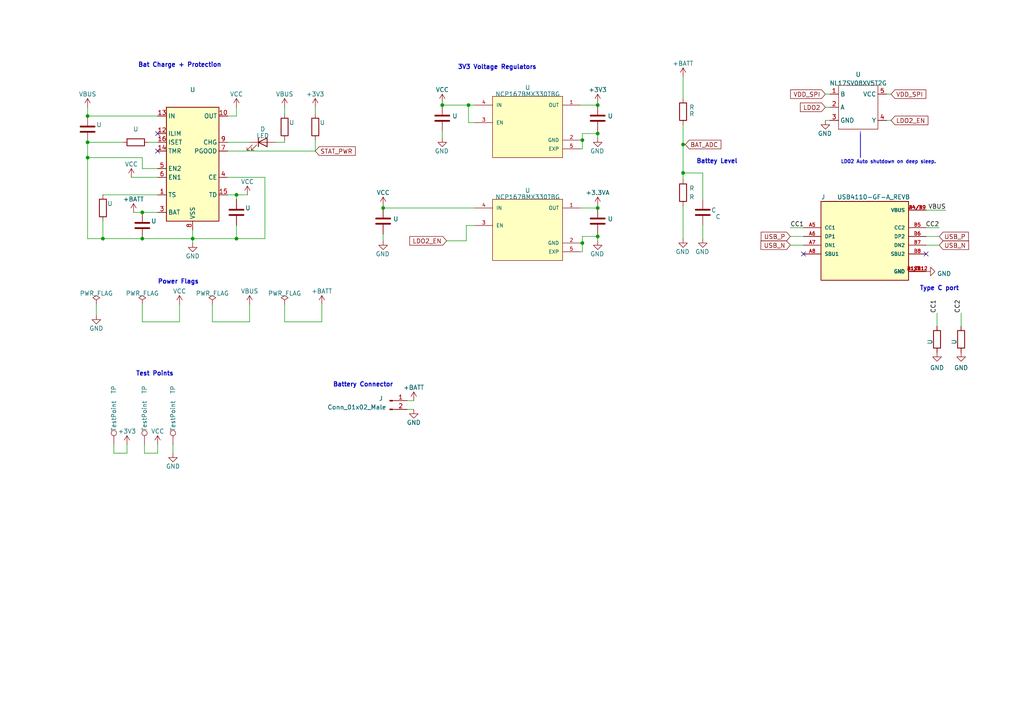
<source format=kicad_sch>
(kicad_sch (version 20220404) (generator eeschema)
  (paper "A4")
  (title_block (title "Watchy-Esp32-s3") (date "2022-07-22") (rev "V1") (company "MrT Stephens"))
  (lib_symbols
    (symbol "Connector:Conn_01x02_Male" (pin_names (offset 1.016) hide)
      (property "Reference" "J" (at 0 2.54 0))
      (property "Value" "Conn_01x02_Male" (at 0 -5.08 0))
      (symbol "Conn_01x02_Male_1_1"
        (polyline (pts (xy 1.27 -2.54) (xy 0.8636 -2.54)) (stroke (width 0.1524)))
        (polyline (pts (xy 1.27 0) (xy 0.8636 0)) (stroke (width 0.1524)))
        (rectangle (start 0.8636 -2.413) (end 0 -2.667) (stroke (width 0.1524)) (fill (type outline)))
        (rectangle (start 0.8636 0.127) (end 0 -0.127) (stroke (width 0.1524)) (fill (type outline)))
        (pin passive line (at 5.08 0 180) (length 3.81) (name "Pin_1") (number "1"))
        (pin passive line (at 5.08 -2.54 180) (length 3.81) (name "Pin_2") (number "2"))
      )
    )
    (symbol "Connector:TestPoint" (pin_numbers hide) (pin_names (offset 0.762) hide)
      (property "Reference" "TP" (at 0 6.858 0))
      (property "Value" "TestPoint" (at 0 5.08 0))
      (symbol "TestPoint_0_1"
        (circle (center 0 3.302) (radius 0.762))
      )
      (symbol "TestPoint_1_1"
        (pin passive line (at 0 0 90) (length 2.54) (name "1") (number "1"))
      )
    )
    (symbol "Device:C" (pin_numbers hide) (pin_names (offset 0.254))
      (property "Reference" "C" (at 0.635 2.54 0))
      (property "Value" "C" (at 0.635 -2.54 0))
      (symbol "C_0_1"
        (polyline (pts (xy -2.032 -0.762) (xy 2.032 -0.762)) (stroke (width 0.508)))
        (polyline (pts (xy -2.032 0.762) (xy 2.032 0.762)) (stroke (width 0.508)))
      )
      (symbol "C_1_1"
        (pin passive line (at 0 3.81 270) (length 2.794) (name "~") (number "1"))
        (pin passive line (at 0 -3.81 90) (length 2.794) (name "~") (number "2"))
      )
    )
    (symbol "Device:LED" (pin_numbers hide) (pin_names (offset 1.016) hide)
      (property "Reference" "D" (at 0 2.54 0))
      (property "Value" "LED" (at 0 -2.54 0))
      (symbol "LED_0_1"
        (polyline (pts (xy -1.27 -1.27) (xy -1.27 1.27)) (stroke (width 0.254)))
        (polyline (pts (xy -1.27 0) (xy 1.27 0)))
        (polyline (pts (xy 1.27 -1.27) (xy 1.27 1.27) (xy -1.27 0) (xy 1.27 -1.27)) (stroke (width 0.254)))
        (polyline (pts (xy -3.048 -0.762) (xy -4.572 -2.286) (xy -3.81 -2.286) (xy -4.572 -2.286) (xy -4.572 -1.524)))
        (polyline (pts (xy -1.778 -0.762) (xy -3.302 -2.286) (xy -2.54 -2.286) (xy -3.302 -2.286) (xy -3.302 -1.524)))
      )
      (symbol "LED_1_1"
        (pin passive line (at -3.81 0 0) (length 2.54) (name "K") (number "1"))
        (pin passive line (at 3.81 0 180) (length 2.54) (name "A") (number "2"))
      )
    )
    (symbol "Device:R" (pin_numbers hide) (pin_names (offset 0))
      (property "Reference" "R" (at 2.032 0 90))
      (property "Value" "R" (at 0 0 90))
      (symbol "R_0_1"
        (rectangle (start -1.016 -2.54) (end 1.016 2.54) (stroke (width 0.254)))
      )
      (symbol "R_1_1"
        (pin passive line (at 0 3.81 270) (length 1.27) (name "~") (number "1"))
        (pin passive line (at 0 -3.81 90) (length 1.27) (name "~") (number "2"))
      )
    )
    (symbol "NCP167BMX330TBG:NCP167BMX330TBG" (pin_names (offset 1.016))
      (property "Reference" "U" (at -10.16 7.62 0))
      (property "Value" "NCP167BMX330TBG" (at -10.16 -12.7 0))
      (symbol "NCP167BMX330TBG_0_0"
        (rectangle (start -10.16 -10.16) (end 10.16 7.62) (stroke (width 0.1524)) (fill (type background)))
        (pin output line (at 15.24 5.08 180) (length 5.08) (name "OUT") (number "1"))
        (pin power_in line (at 15.24 -5.08 180) (length 5.08) (name "GND") (number "2"))
        (pin input line (at -15.24 0 0) (length 5.08) (name "EN") (number "3"))
        (pin input line (at -15.24 5.08 0) (length 5.08) (name "IN") (number "4"))
        (pin power_in line (at 15.24 -7.62 180) (length 5.08) (name "EXP") (number "5"))
      )
    )
    (symbol "NL17SV08XV5T2G_1"
      (property "Reference" "U" (at 0 0 0))
      (property "Value" "NL17SV08XV5T2G_1" (at 0 0 0))
      (symbol "NL17SV08XV5T2G_1_0_1"
        (rectangle (start -6.35 -2.54) (end 5.08 -15.24))
      )
      (symbol "NL17SV08XV5T2G_1_1_1"
        (pin input line (at -8.89 -5.08 0) (length 2.54) (name "B") (number "1"))
        (pin input line (at -8.89 -8.89 0) (length 2.54) (name "A") (number "2"))
        (pin power_out line (at -8.89 -12.7 0) (length 2.54) (name "GND") (number "3"))
        (pin output line (at 7.62 -12.7 180) (length 2.54) (name "Y") (number "4"))
        (pin power_in line (at 7.62 -5.08 180) (length 2.54) (name "VCC") (number "5"))
      )
    )
    (symbol "USB4110-GF-A_REVB:USB4110-GF-A_REVB" (pin_names (offset 1.016))
      (property "Reference" "J" (at -12.7 11.43 0))
      (property "Value" "USB4110-GF-A_REVB" (at -12.7 -15.24 0))
      (symbol "USB4110-GF-A_REVB_0_0"
        (rectangle (start -12.7 -12.7) (end 12.7 10.16) (stroke (width 0.254)) (fill (type background)))
        (pin power_in line (at 17.78 -10.16 180) (length 5.08) (name "GND") (number "A1/B12"))
        (pin power_in line (at 17.78 7.62 180) (length 5.08) (name "VBUS") (number "A4/B9"))
        (pin bidirectional line (at -17.78 2.54 0) (length 5.08) (name "CC1") (number "A5"))
        (pin bidirectional line (at -17.78 0 0) (length 5.08) (name "DP1") (number "A6"))
        (pin bidirectional line (at -17.78 -2.54 0) (length 5.08) (name "DN1") (number "A7"))
        (pin bidirectional line (at -17.78 -5.08 0) (length 5.08) (name "SBU1") (number "A8"))
        (pin power_in line (at 17.78 -10.16 180) (length 5.08) (name "GND") (number "B1/A12"))
        (pin power_in line (at 17.78 7.62 180) (length 5.08) (name "VBUS") (number "B4/A9"))
        (pin bidirectional line (at 17.78 2.54 180) (length 5.08) (name "CC2") (number "B5"))
        (pin bidirectional line (at 17.78 0 180) (length 5.08) (name "DP2") (number "B6"))
        (pin bidirectional line (at 17.78 -2.54 180) (length 5.08) (name "DN2") (number "B7"))
        (pin bidirectional line (at 17.78 -5.08 180) (length 5.08) (name "SBU2") (number "B8"))
        (pin power_in line (at 17.78 -10.16 180) (length 5.08) (name "GND") (number "S1"))
        (pin power_in line (at 17.78 -10.16 180) (length 5.08) (name "GND") (number "S2"))
        (pin power_in line (at 17.78 -10.16 180) (length 5.08) (name "GND") (number "S3"))
        (pin power_in line (at 17.78 -10.16 180) (length 5.08) (name "GND") (number "S4"))
      )
    )
    (symbol "bq24230rgt:BQ24230RGT"
      (property "Reference" "U" (at -8.89 19.05 0))
      (property "Value" "BQ24230RGT" (at 5.08 19.05 0))
      (symbol "BQ24230RGT_0_1"
        (rectangle (start -7.62 17.78) (end 7.62 -15.24) (stroke (width 0.254)) (fill (type background)))
      )
      (symbol "BQ24230RGT_1_1"
        (pin passive line (at -10.16 -7.62 0) (length 2.54) (name "TS") (number "1"))
        (pin power_out line (at 10.16 15.24 180) (length 2.54) (name "OUT") (number "10"))
        (pin passive line (at 10.16 15.24 180) (length 2.54) hide (name "OUT") (number "11"))
        (pin passive line (at -10.16 10.16 0) (length 2.54) (name "ILIM") (number "12"))
        (pin power_in line (at -10.16 15.24 0) (length 2.54) (name "IN") (number "13"))
        (pin passive line (at -10.16 5.08 0) (length 2.54) (name "TMR") (number "14"))
        (pin input line (at 10.16 -7.62 180) (length 2.54) (name "TD") (number "15"))
        (pin passive line (at -10.16 7.62 0) (length 2.54) (name "ISET") (number "16"))
        (pin passive line (at 0 -17.78 90) (length 2.54) hide (name "VSS") (number "17"))
        (pin bidirectional line (at -10.16 -12.7 0) (length 2.54) hide (name "BAT") (number "2"))
        (pin bidirectional line (at -10.16 -12.7 0) (length 2.54) (name "BAT") (number "3"))
        (pin input line (at 10.16 -2.54 180) (length 2.54) (name "CE") (number "4"))
        (pin input line (at -10.16 0 0) (length 2.54) (name "EN2") (number "5"))
        (pin input line (at -10.16 -2.54 0) (length 2.54) (name "EN1") (number "6"))
        (pin open_collector line (at 10.16 5.08 180) (length 2.54) (name "PGOOD") (number "7"))
        (pin power_in line (at 0 -17.78 90) (length 2.54) (name "VSS") (number "8"))
        (pin open_collector line (at 10.16 7.62 180) (length 2.54) (name "CHG") (number "9"))
      )
    )
    (symbol "power:+3.3V" (power) (pin_names (offset 0))
      (property "Value" "+3.3V" (at 0 3.556 0))
      (symbol "+3.3V_0_1"
        (polyline (pts (xy -0.762 1.27) (xy 0 2.54)))
        (polyline (pts (xy 0 0) (xy 0 2.54)))
        (polyline (pts (xy 0 2.54) (xy 0.762 1.27)))
      )
      (symbol "+3.3V_1_1"
        (pin power_in line (at 0 0 90) (length 0) hide (name "+3V3") (number "1"))
      )
    )
    (symbol "power:+3.3VA" (power) (pin_names (offset 0))
      (property "Value" "+3.3VA" (at 0 3.556 0))
      (symbol "+3.3VA_0_1"
        (polyline (pts (xy -0.762 1.27) (xy 0 2.54)))
        (polyline (pts (xy 0 0) (xy 0 2.54)))
        (polyline (pts (xy 0 2.54) (xy 0.762 1.27)))
      )
      (symbol "+3.3VA_1_1"
        (pin power_in line (at 0 0 90) (length 0) hide (name "+3.3VA") (number "1"))
      )
    )
    (symbol "power:+3V3" (power) (pin_names (offset 0))
      (property "Value" "+3V3" (at 0 3.556 0))
      (symbol "+3V3_0_1"
        (polyline (pts (xy -0.762 1.27) (xy 0 2.54)))
        (polyline (pts (xy 0 0) (xy 0 2.54)))
        (polyline (pts (xy 0 2.54) (xy 0.762 1.27)))
      )
      (symbol "+3V3_1_1"
        (pin power_in line (at 0 0 90) (length 0) hide (name "+3V3") (number "1"))
      )
    )
    (symbol "power:+BATT" (power) (pin_names (offset 0))
      (property "Value" "+BATT" (at 0 3.556 0))
      (symbol "+BATT_0_1"
        (polyline (pts (xy -0.762 1.27) (xy 0 2.54)))
        (polyline (pts (xy 0 0) (xy 0 2.54)))
        (polyline (pts (xy 0 2.54) (xy 0.762 1.27)))
      )
      (symbol "+BATT_1_1"
        (pin power_in line (at 0 0 90) (length 0) hide (name "+BATT") (number "1"))
      )
    )
    (symbol "power:GND" (power) (pin_names (offset 0))
      (property "Value" "GND" (at 0 -3.81 0))
      (symbol "GND_0_1"
        (polyline (pts (xy 0 0) (xy 0 -1.27) (xy 1.27 -1.27) (xy 0 -2.54) (xy -1.27 -1.27) (xy 0 -1.27)))
      )
      (symbol "GND_1_1"
        (pin power_in line (at 0 0 270) (length 0) hide (name "GND") (number "1"))
      )
    )
    (symbol "power:PWR_FLAG" (power) (pin_numbers hide) (pin_names (offset 0) hide)
      (property "Value" "PWR_FLAG" (at 0 3.81 0))
      (symbol "PWR_FLAG_0_0"
        (pin power_out line (at 0 0 90) (length 0) (name "pwr") (number "1"))
      )
      (symbol "PWR_FLAG_0_1"
        (polyline (pts (xy 0 0) (xy 0 1.27) (xy -1.016 1.905) (xy 0 2.54) (xy 1.016 1.905) (xy 0 1.27)))
      )
    )
    (symbol "power:VBUS" (power) (pin_names (offset 0))
      (property "Value" "VBUS" (at 0 3.81 0))
      (symbol "VBUS_0_1"
        (polyline (pts (xy -0.762 1.27) (xy 0 2.54)))
        (polyline (pts (xy 0 0) (xy 0 2.54)))
        (polyline (pts (xy 0 2.54) (xy 0.762 1.27)))
      )
      (symbol "VBUS_1_1"
        (pin power_in line (at 0 0 90) (length 0) hide (name "VBUS") (number "1"))
      )
    )
    (symbol "power:VCC" (power) (pin_names (offset 0))
      (property "Value" "VCC" (at 0 3.81 0))
      (symbol "VCC_0_1"
        (polyline (pts (xy -0.762 1.27) (xy 0 2.54)))
        (polyline (pts (xy 0 0) (xy 0 2.54)))
        (polyline (pts (xy 0 2.54) (xy 0.762 1.27)))
      )
      (symbol "VCC_1_1"
        (pin power_in line (at 0 0 90) (length 0) hide (name "VCC") (number "1"))
      )
    )
  )
  (junction (at 68.58 69.215))
  (junction (at 128.27 30.48))
  (junction (at 173.355 68.58))
  (junction (at 198.12 41.91))
  (junction (at 198.12 50.165))
  (junction (at 68.58 56.515))
  (junction (at 173.355 60.325))
  (junction (at 25.4 45.72))
  (junction (at 111.125 60.325))
  (junction (at 29.845 69.215))
  (junction (at 25.4 33.655))
  (junction (at 173.355 30.48))
  (junction (at 55.88 69.215))
  (junction (at 173.355 38.735))
  (junction (at 41.275 69.215))
  (junction (at 168.91 40.64))
  (junction (at 168.91 70.485))
  (junction (at 41.275 61.595))
  (junction (at 25.4 41.275))
  (junction (at 135.89 30.48))
  (no_connect (at 45.72 43.815))
  (no_connect (at 268.605 73.66))
  (no_connect (at 233.045 73.66))
  (no_connect (at 45.72 38.735))
  (wire (pts (xy 93.345 93.345) (xy 82.55 93.345)))
  (wire (pts (xy 168.275 73.025) (xy 168.91 73.025)))
  (wire (pts (xy 25.4 41.275) (xy 35.56 41.275)))
  (wire (pts (xy 27.94 91.44) (xy 27.94 88.265)))
  (wire (pts (xy 68.58 56.515) (xy 71.755 56.515)))
  (wire (pts (xy 25.4 45.72) (xy 25.4 69.215)))
  (wire (pts (xy 111.125 59.69) (xy 111.125 60.325)))
  (polyline (pts (xy 249.555 38.735) (xy 249.555 45.085)))
  (wire (pts (xy 173.355 29.845) (xy 173.355 30.48)))
  (wire (pts (xy 29.845 69.215) (xy 41.275 69.215)))
  (wire (pts (xy 72.39 88.265) (xy 72.39 93.345)))
  (wire (pts (xy 41.275 45.72) (xy 25.4 45.72)))
  (wire (pts (xy 278.765 94.615) (xy 278.765 90.805)))
  (wire (pts (xy 38.1 51.435) (xy 45.72 51.435)))
  (wire (pts (xy 271.78 94.615) (xy 271.78 90.805)))
  (wire (pts (xy 36.83 128.905) (xy 36.83 131.445)))
  (wire (pts (xy 38.735 61.595) (xy 41.275 61.595)))
  (wire (pts (xy 258.445 27.305) (xy 257.175 27.305)))
  (wire (pts (xy 168.91 40.64) (xy 168.91 38.735)))
  (wire (pts (xy 25.4 31.115) (xy 25.4 33.655)))
  (wire (pts (xy 91.44 31.115) (xy 91.44 33.02)))
  (wire (pts (xy 82.55 40.64) (xy 82.55 41.275)))
  (wire (pts (xy 198.12 50.165) (xy 198.12 52.07)))
  (wire (pts (xy 41.275 61.595) (xy 45.72 61.595)))
  (wire (pts (xy 93.345 88.265) (xy 93.345 93.345)))
  (wire (pts (xy 135.255 65.405) (xy 137.795 65.405)))
  (wire (pts (xy 128.27 38.1) (xy 128.27 40.005)))
  (polyline (pts (xy 249.555 45.085) (xy 249.555 45.72)))
  (wire (pts (xy 173.355 38.1) (xy 173.355 38.735)))
  (wire (pts (xy 66.04 56.515) (xy 68.58 56.515)))
  (wire (pts (xy 135.255 69.85) (xy 135.255 65.405)))
  (wire (pts (xy 135.89 30.48) (xy 137.795 30.48)))
  (wire (pts (xy 168.275 40.64) (xy 168.91 40.64)))
  (wire (pts (xy 25.4 41.275) (xy 25.4 45.72)))
  (wire (pts (xy 52.07 93.345) (xy 41.275 93.345)))
  (wire (pts (xy 135.89 35.56) (xy 135.89 30.48)))
  (wire (pts (xy 173.355 67.945) (xy 173.355 68.58)))
  (wire (pts (xy 268.605 66.04) (xy 272.415 66.04)))
  (wire (pts (xy 198.12 41.91) (xy 198.12 50.165)))
  (wire (pts (xy 168.91 43.18) (xy 168.91 40.64)))
  (wire (pts (xy 168.91 38.735) (xy 173.355 38.735)))
  (wire (pts (xy 168.275 70.485) (xy 168.91 70.485)))
  (polyline (pts (xy 249.555 38.1) (xy 249.555 45.72)))
  (wire (pts (xy 68.58 33.655) (xy 66.04 33.655)))
  (wire (pts (xy 128.27 30.48) (xy 135.89 30.48)))
  (wire (pts (xy 239.395 34.925) (xy 240.665 34.925)))
  (wire (pts (xy 45.72 128.905) (xy 45.72 131.445)))
  (wire (pts (xy 61.595 93.345) (xy 61.595 88.265)))
  (wire (pts (xy 111.125 60.325) (xy 137.795 60.325)))
  (wire (pts (xy 41.275 69.215) (xy 55.88 69.215)))
  (wire (pts (xy 239.395 31.115) (xy 240.665 31.115)))
  (wire (pts (xy 268.605 68.58) (xy 272.415 68.58)))
  (wire (pts (xy 229.235 71.12) (xy 233.045 71.12)))
  (wire (pts (xy 41.275 48.895) (xy 41.275 45.72)))
  (wire (pts (xy 66.04 51.435) (xy 76.835 51.435)))
  (wire (pts (xy 82.55 41.275) (xy 80.01 41.275)))
  (wire (pts (xy 66.04 41.275) (xy 72.39 41.275)))
  (wire (pts (xy 55.88 69.215) (xy 68.58 69.215)))
  (wire (pts (xy 68.58 65.405) (xy 68.58 69.215)))
  (wire (pts (xy 50.165 131.445) (xy 50.165 128.905)))
  (wire (pts (xy 29.845 56.515) (xy 45.72 56.515)))
  (wire (pts (xy 33.02 131.445) (xy 33.02 128.905)))
  (wire (pts (xy 66.04 43.815) (xy 91.44 43.815)))
  (wire (pts (xy 173.355 68.58) (xy 173.355 69.85)))
  (wire (pts (xy 68.58 56.515) (xy 68.58 57.785)))
  (wire (pts (xy 173.355 59.69) (xy 173.355 60.325)))
  (wire (pts (xy 173.355 38.735) (xy 173.355 40.005)))
  (wire (pts (xy 76.835 51.435) (xy 76.835 69.215)))
  (wire (pts (xy 168.91 73.025) (xy 168.91 70.485)))
  (wire (pts (xy 82.55 93.345) (xy 82.55 88.265)))
  (wire (pts (xy 168.275 60.325) (xy 173.355 60.325)))
  (wire (pts (xy 25.4 33.655) (xy 45.72 33.655)))
  (wire (pts (xy 198.12 22.225) (xy 198.12 28.575)))
  (wire (pts (xy 268.605 71.12) (xy 272.415 71.12)))
  (wire (pts (xy 198.12 59.69) (xy 198.12 69.215)))
  (wire (pts (xy 55.88 69.215) (xy 55.88 66.675)))
  (wire (pts (xy 137.795 35.56) (xy 135.89 35.56)))
  (wire (pts (xy 52.07 88.265) (xy 52.07 93.345)))
  (wire (pts (xy 25.4 69.215) (xy 29.845 69.215)))
  (wire (pts (xy 168.91 70.485) (xy 168.91 68.58)))
  (wire (pts (xy 43.18 41.275) (xy 45.72 41.275)))
  (wire (pts (xy 68.58 31.115) (xy 68.58 33.655)))
  (wire (pts (xy 239.395 27.305) (xy 240.665 27.305)))
  (wire (pts (xy 258.445 34.925) (xy 257.175 34.925)))
  (wire (pts (xy 198.12 36.195) (xy 198.12 41.91)))
  (wire (pts (xy 168.275 43.18) (xy 168.91 43.18)))
  (wire (pts (xy 29.845 64.135) (xy 29.845 69.215)))
  (wire (pts (xy 72.39 93.345) (xy 61.595 93.345)))
  (wire (pts (xy 120.015 118.745) (xy 118.11 118.745)))
  (wire (pts (xy 120.015 116.205) (xy 118.11 116.205)))
  (wire (pts (xy 168.91 68.58) (xy 173.355 68.58)))
  (wire (pts (xy 168.275 30.48) (xy 173.355 30.48)))
  (wire (pts (xy 41.91 131.445) (xy 41.91 128.905)))
  (wire (pts (xy 76.835 69.215) (xy 68.58 69.215)))
  (wire (pts (xy 45.72 131.445) (xy 41.91 131.445)))
  (wire (pts (xy 203.835 57.785) (xy 203.835 50.165)))
  (wire (pts (xy 229.235 66.04) (xy 233.045 66.04)))
  (wire (pts (xy 198.755 41.91) (xy 198.12 41.91)))
  (wire (pts (xy 229.235 68.58) (xy 233.045 68.58)))
  (wire (pts (xy 82.55 31.115) (xy 82.55 33.02)))
  (wire (pts (xy 41.275 93.345) (xy 41.275 88.265)))
  (wire (pts (xy 203.835 50.165) (xy 198.12 50.165)))
  (wire (pts (xy 111.125 67.945) (xy 111.125 69.85)))
  (wire (pts (xy 203.835 65.405) (xy 203.835 69.215)))
  (wire (pts (xy 45.72 48.895) (xy 41.275 48.895)))
  (wire (pts (xy 129.54 69.85) (xy 135.255 69.85)))
  (wire (pts (xy 91.44 43.815) (xy 91.44 40.64)))
  (wire (pts (xy 128.27 29.845) (xy 128.27 30.48)))
  (wire (pts (xy 36.83 131.445) (xy 33.02 131.445)))
  (wire (pts (xy 55.88 70.485) (xy 55.88 69.215)))
  (wire (pts (xy 268.605 60.96) (xy 274.32 60.96)))
  (text "Type C port" (at 266.7 84.455 0) (effects (font (size 1.27 1.27) (thickness 0.254) bold) (justify left bottom)))
  (text "Battery Connector" (at 96.52 112.395 0) (effects (font (size 1.27 1.27) (thickness 0.254) bold) (justify left bottom)))
  (text "Battey Level" (at 201.93 47.625 0) (effects (font (size 1.27 1.27) (thickness 0.254) bold) (justify left bottom)))
  (text "Bat Charge + Protection" (at 40.005 19.685 0) (effects (font (size 1.27 1.27) (thickness 0.254) bold) (justify left bottom)))
  (text "LD02 Auto shutdown on deep sleep." (at 243.84 47.625 0) (effects (font (size 1 1) (thickness 0.2) bold) (justify left bottom)))
  (text "Test Points" (at 39.37 109.22 0) (effects (font (size 1.27 1.27) (thickness 0.254) bold) (justify left bottom)))
  (text "3V3 Voltage Regulators" (at 132.715 20.32 0) (effects (font (size 1.27 1.27) (thickness 0.254) bold) (justify left bottom)))
  (text "Power Flags" (at 45.72 82.55 0) (effects (font (size 1.27 1.27) (thickness 0.254) bold) (justify left bottom)))
  (label "CC2" (at 278.765 90.805 90))
  (label "VBUS" (at 274.32 60.96 0))
  (label "CC2" (at 272.415 66.04 0))
  (label "CC1" (at 271.78 90.805 90))
  (label "CC1" (at 229.235 66.04 0))
  (global_label "LDO2" (shape input) (at 239.395 31.115 180) (property "Intersheetrefs" "${INTERSHEET_REFS}" (effects hide)))
  (global_label "LDO2_EN" (shape input) (at 129.54 69.85 180) (property "Intersheetrefs" "${INTERSHEET_REFS}" (effects hide)))
  (global_label "USB_N" (shape input) (at 272.415 71.12 0) (property "Intersheetrefs" "${INTERSHEET_REFS}" (effects hide)))
  (global_label "STAT_PWR" (shape input) (at 91.44 43.815 0) (property "Intersheetrefs" "${INTERSHEET_REFS}" (effects hide)))
  (global_label "USB_N" (shape input) (at 229.235 71.12 180) (property "Intersheetrefs" "${INTERSHEET_REFS}" (effects hide)))
  (global_label "LDO2_EN" (shape input) (at 258.445 34.925 0) (property "Intersheetrefs" "${INTERSHEET_REFS}" (effects hide)))
  (global_label "VDD_SPI" (shape input) (at 258.445 27.305 0) (property "Intersheetrefs" "${INTERSHEET_REFS}" (effects hide)))
  (global_label "USB_P" (shape input) (at 272.415 68.58 0) (property "Intersheetrefs" "${INTERSHEET_REFS}" (effects hide)))
  (global_label "VDD_SPI" (shape input) (at 239.395 27.305 180) (property "Intersheetrefs" "${INTERSHEET_REFS}" (effects hide)))
  (global_label "USB_P" (shape input) (at 229.235 68.58 180) (property "Intersheetrefs" "${INTERSHEET_REFS}" (effects hide)))
  (global_label "BAT_ADC" (shape input) (at 198.755 41.91 0) (property "Intersheetrefs" "${INTERSHEET_REFS}" (effects hide)))
  (symbol (lib_name "NL17SV08XV5T2G_1") (lib_id "NL17SV08XV5T2G:NL17SV08XV5T2G") (at 249.555 22.225 0) (unit 1)
    (default_instance (reference "U") (unit 1) (value "NL17SV08XV5T2G") (footprint ""))
    (property "Reference" "U" (at 248.92 21.59 0))
    (property "Value" "NL17SV08XV5T2G" (at 248.92 24.13 0))
  )
  (symbol (lib_id "Device:C") (at 68.58 61.595 0) (unit 1)
    (default_instance (reference "U") (unit 1) (value "") (footprint ""))
    (property "Reference" "U" (at 71.12 60.325 0) (effects (justify left)))
  )
  (symbol (lib_id "power:PWR_FLAG") (at 27.94 88.265 0) (unit 1)
    (default_instance (reference "#FLG") (unit 1) (value "PWR_FLAG") (footprint ""))
    (property "Reference" "#FLG" (effects hide))
    (property "Value" "PWR_FLAG" (at 27.94 85.09 0))
  )
  (symbol (lib_id "power:PWR_FLAG") (at 82.55 88.265 0) (unit 1)
    (default_instance (reference "#FLG") (unit 1) (value "PWR_FLAG") (footprint ""))
    (property "Reference" "#FLG" (effects hide))
    (property "Value" "PWR_FLAG" (at 82.55 85.09 0))
  )
  (symbol (lib_id "power:PWR_FLAG") (at 41.275 88.265 0) (unit 1)
    (default_instance (reference "#FLG") (unit 1) (value "PWR_FLAG") (footprint ""))
    (property "Reference" "#FLG" (effects hide))
    (property "Value" "PWR_FLAG" (at 41.275 85.09 0))
  )
  (symbol (lib_id "power:VCC") (at 45.72 128.905 0) (unit 1)
    (default_instance (reference "#PWR") (unit 1) (value "VCC") (footprint ""))
    (property "Reference" "#PWR" (effects hide))
    (property "Value" "VCC" (at 45.72 125.095 0))
  )
  (symbol (lib_id "power:GND") (at 278.765 102.235 0) (unit 1)
    (default_instance (reference "#PWR") (unit 1) (value "GND") (footprint ""))
    (property "Reference" "#PWR" (effects hide))
    (property "Value" "GND" (at 278.765 106.68 0))
  )
  (symbol (lib_id "Connector:TestPoint") (at 33.02 128.905 0) (unit 1)
    (default_instance (reference "TP") (unit 1) (value "TestPoint") (footprint ""))
    (property "Reference" "TP" (at 33.02 113.03 90))
    (property "Value" "TestPoint" (at 33.02 120.65 90))
  )
  (symbol (lib_id "Device:R") (at 271.78 98.425 0) (unit 1)
    (default_instance (reference "U") (unit 1) (value "") (footprint ""))
    (property "Reference" "U" (at 269.748 99.949 90) (effects (justify left)))
  )
  (symbol (lib_id "power:GND") (at 128.27 40.005 0) (unit 1)
    (default_instance (reference "#PWR") (unit 1) (value "GND") (footprint ""))
    (property "Reference" "#PWR" (effects hide))
    (property "Value" "GND" (at 130.175 43.815 0) (effects (justify right)))
  )
  (symbol (lib_id "power:GND") (at 55.88 70.485 0) (unit 1)
    (default_instance (reference "U") (unit 1) (value "") (footprint ""))
    (property "Reference" "U" (effects hide))
  )
  (symbol (lib_id "power:GND") (at 50.165 131.445 0) (unit 1)
    (default_instance (reference "#PWR") (unit 1) (value "GND") (footprint ""))
    (property "Reference" "#PWR" (effects hide))
    (property "Value" "GND" (at 50.165 135.255 0))
  )
  (symbol (lib_id "power:+BATT") (at 120.015 116.205 0) (unit 1)
    (default_instance (reference "#PWR") (unit 1) (value "+BATT") (footprint ""))
    (property "Reference" "#PWR" (effects hide))
    (property "Value" "+BATT" (at 120.015 112.395 0))
  )
  (symbol (lib_id "power:VCC") (at 128.27 29.845 0) (unit 1)
    (default_instance (reference "#PWR") (unit 1) (value "VCC") (footprint ""))
    (property "Reference" "#PWR" (effects hide))
    (property "Value" "VCC" (at 128.27 26.035 0))
  )
  (symbol (lib_id "power:VCC") (at 52.07 88.265 0) (unit 1)
    (default_instance (reference "#PWR") (unit 1) (value "VCC") (footprint ""))
    (property "Reference" "#PWR" (effects hide))
    (property "Value" "VCC" (at 52.07 84.455 0))
  )
  (symbol (lib_id "power:PWR_FLAG") (at 61.595 88.265 0) (unit 1)
    (default_instance (reference "#FLG") (unit 1) (value "PWR_FLAG") (footprint ""))
    (property "Reference" "#FLG" (effects hide))
    (property "Value" "PWR_FLAG" (at 61.595 85.09 0))
  )
  (symbol (lib_id "NCP167BMX330TBG:NCP167BMX330TBG") (at 153.035 35.56 0) (unit 1)
    (default_instance (reference "U") (unit 1) (value "NCP167BMX330TBG") (footprint "REG_NCP167BMX330TBG"))
    (property "Reference" "U" (at 153.035 25.4 0))
    (property "Value" "NCP167BMX330TBG" (at 153.035 27.305 0))
    (property "Footprint" "REG_NCP167BMX330TBG" (effects hide))
    (property "MAXIMUM_PACKAGE_HEIGHT" "0.43mm" (effects hide))
    (property "MANUFACTURER" "ON Semiconductor" (effects hide))
    (property "STANDARD" "Manufacturer recommendations" (effects hide))
    (property "PARTREV" "3" (effects hide))
  )
  (symbol (lib_id "Device:R") (at 91.44 36.83 0) (unit 1)
    (default_instance (reference "U") (unit 1) (value "") (footprint ""))
    (property "Reference" "U" (at 92.71 35.5599 0) (effects (justify left)))
  )
  (symbol (lib_id "Device:R") (at 198.12 55.88 0) (unit 1)
    (default_instance (reference "R") (unit 1) (value "R") (footprint ""))
    (property "Reference" "R" (at 200.66 54.61 0))
    (property "Value" "R" (at 200.66 57.15 0))
  )
  (symbol (lib_id "power:GND") (at 198.12 69.215 0) (unit 1)
    (default_instance (reference "#PWR") (unit 1) (value "GND") (footprint ""))
    (property "Reference" "#PWR" (effects hide))
    (property "Value" "GND" (at 200.025 73.025 0) (effects (justify right)))
  )
  (symbol (lib_id "power:+3.3VA") (at 173.355 59.69 0) (unit 1)
    (default_instance (reference "#PWR") (unit 1) (value "+3.3VA") (footprint ""))
    (property "Reference" "#PWR" (effects hide))
    (property "Value" "+3.3VA" (at 173.355 55.88 0))
  )
  (symbol (lib_id "power:VCC") (at 111.125 59.69 0) (unit 1)
    (default_instance (reference "#PWR") (unit 1) (value "VCC") (footprint ""))
    (property "Reference" "#PWR" (effects hide))
    (property "Value" "VCC" (at 111.125 55.88 0))
  )
  (symbol (lib_id "bq24230rgt:BQ24230RGT") (at 55.88 48.895 0) (unit 1)
    (default_instance (reference "U") (unit 1) (value "") (footprint ""))
    (property "Reference" "U" (at 55.88 26.035 0))
    (property "Datasheet" "http://www.ti.com/cn/lit/ds/symlink/bq24230.pdf" (effects hide))
  )
  (symbol (lib_id "Connector:TestPoint") (at 50.165 128.905 0) (unit 1)
    (default_instance (reference "TP") (unit 1) (value "TestPoint") (footprint ""))
    (property "Reference" "TP" (at 50.165 113.03 90))
    (property "Value" "TestPoint" (at 50.165 120.65 90))
  )
  (symbol (lib_id "Connector:TestPoint") (at 41.91 128.905 0) (unit 1)
    (default_instance (reference "TP") (unit 1) (value "TestPoint") (footprint ""))
    (property "Reference" "TP" (at 41.91 113.03 90))
    (property "Value" "TestPoint" (at 41.91 120.65 90))
  )
  (symbol (lib_id "power:GND") (at 203.835 69.215 0) (unit 1)
    (default_instance (reference "#PWR") (unit 1) (value "GND") (footprint ""))
    (property "Reference" "#PWR" (effects hide))
    (property "Value" "GND" (at 205.74 73.025 0) (effects (justify right)))
  )
  (symbol (lib_id "Device:R") (at 29.845 60.325 0) (unit 1)
    (default_instance (reference "U") (unit 1) (value "") (footprint ""))
    (property "Reference" "U" (at 31.115 59.0549 0) (effects (justify left)))
  )
  (symbol (lib_id "power:GND") (at 239.395 34.925 0) (unit 1)
    (default_instance (reference "#PWR") (unit 1) (value "GND") (footprint ""))
    (property "Reference" "#PWR" (effects hide))
    (property "Value" "GND" (at 241.3 38.735 0) (effects (justify right)))
  )
  (symbol (lib_id "Device:R") (at 82.55 36.83 0) (unit 1)
    (default_instance (reference "U") (unit 1) (value "") (footprint ""))
    (property "Reference" "U" (at 83.82 35.5599 0) (effects (justify left)))
  )
  (symbol (lib_id "power:GND") (at 268.605 78.74 90) (unit 1)
    (default_instance (reference "#PWR") (unit 1) (value "GND") (footprint ""))
    (property "Reference" "#PWR" (effects hide))
    (property "Value" "GND" (at 271.78 79.375 90) (effects (justify right)))
  )
  (symbol (lib_id "power:+3V3") (at 173.355 29.845 0) (unit 1)
    (default_instance (reference "#PWR") (unit 1) (value "+3V3") (footprint ""))
    (property "Reference" "#PWR" (effects hide))
    (property "Value" "+3V3" (at 173.355 26.035 0))
  )
  (symbol (lib_id "power:VBUS") (at 82.55 31.115 0) (unit 1)
    (default_instance (reference "#PWR") (unit 1) (value "VBUS") (footprint ""))
    (property "Reference" "#PWR" (effects hide))
    (property "Value" "VBUS" (at 82.55 27.305 0))
  )
  (symbol (lib_id "power:+BATT") (at 198.12 22.225 0) (unit 1)
    (default_instance (reference "#PWR") (unit 1) (value "+BATT") (footprint ""))
    (property "Reference" "#PWR" (effects hide))
    (property "Value" "+BATT" (at 198.12 18.415 0))
  )
  (symbol (lib_id "NCP167BMX330TBG:NCP167BMX330TBG") (at 153.035 65.405 0) (unit 1)
    (default_instance (reference "U") (unit 1) (value "NCP167BMX330TBG") (footprint "REG_NCP167BMX330TBG"))
    (property "Reference" "U" (at 153.035 55.245 0))
    (property "Value" "NCP167BMX330TBG" (at 153.035 57.15 0))
    (property "Footprint" "REG_NCP167BMX330TBG" (effects hide))
    (property "MAXIMUM_PACKAGE_HEIGHT" "0.43mm" (effects hide))
    (property "MANUFACTURER" "ON Semiconductor" (effects hide))
    (property "STANDARD" "Manufacturer recommendations" (effects hide))
    (property "PARTREV" "3" (effects hide))
  )
  (symbol (lib_id "power:GND") (at 173.355 40.005 0) (unit 1)
    (default_instance (reference "#PWR") (unit 1) (value "GND") (footprint ""))
    (property "Reference" "#PWR" (effects hide))
    (property "Value" "GND" (at 175.26 43.815 0) (effects (justify right)))
  )
  (symbol (lib_id "power:GND") (at 120.015 118.745 0) (unit 1)
    (default_instance (reference "#PWR") (unit 1) (value "GND") (footprint ""))
    (property "Reference" "#PWR" (effects hide))
    (property "Value" "GND" (at 120.015 122.555 0))
  )
  (symbol (lib_id "Device:R") (at 278.765 98.425 0) (unit 1)
    (default_instance (reference "U") (unit 1) (value "") (footprint ""))
    (property "Reference" "U" (at 276.733 99.949 90) (effects (justify left)))
  )
  (symbol (lib_id "power:VCC") (at 71.755 56.515 0) (unit 1)
    (default_instance (reference "#PWR") (unit 1) (value "VCC") (footprint ""))
    (property "Reference" "#PWR" (effects hide))
    (property "Value" "VCC" (at 71.755 52.705 0))
  )
  (symbol (lib_id "Device:R") (at 39.37 41.275 90) (unit 1)
    (default_instance (reference "U") (unit 1) (value "") (footprint ""))
    (property "Reference" "U" (at 39.37 37.465 90))
  )
  (symbol (lib_id "Device:C") (at 25.4 37.465 0) (unit 1)
    (default_instance (reference "U") (unit 1) (value "") (footprint ""))
    (property "Reference" "U" (at 27.94 36.1949 0) (effects (justify left)))
  )
  (symbol (lib_id "Device:C") (at 173.355 34.29 180) (unit 1)
    (default_instance (reference "U") (unit 1) (value "") (footprint ""))
    (property "Reference" "U" (at 177.8 33.655 0) (effects (justify left)))
  )
  (symbol (lib_id "power:+BATT") (at 38.735 61.595 0) (unit 1)
    (default_instance (reference "#PWR") (unit 1) (value "+BATT") (footprint ""))
    (property "Reference" "#PWR" (effects hide))
    (property "Value" "+BATT" (at 38.735 57.785 0))
  )
  (symbol (lib_id "power:GND") (at 173.355 69.85 0) (unit 1)
    (default_instance (reference "#PWR") (unit 1) (value "GND") (footprint ""))
    (property "Reference" "#PWR" (effects hide))
    (property "Value" "GND" (at 175.26 73.66 0) (effects (justify right)))
  )
  (symbol (lib_id "Device:C") (at 41.275 65.405 0) (unit 1)
    (default_instance (reference "U") (unit 1) (value "") (footprint ""))
    (property "Reference" "U" (at 43.815 64.1349 0) (effects (justify left)))
  )
  (symbol (lib_id "Device:C") (at 173.355 64.135 180) (unit 1)
    (default_instance (reference "U") (unit 1) (value "") (footprint ""))
    (property "Reference" "U" (at 177.8 63.5 0) (effects (justify left)))
  )
  (symbol (lib_id "Device:R") (at 198.12 32.385 0) (unit 1)
    (default_instance (reference "R") (unit 1) (value "R") (footprint ""))
    (property "Reference" "R" (at 200.66 31.115 0))
    (property "Value" "R" (at 200.66 33.02 0))
  )
  (symbol (lib_id "power:VBUS") (at 72.39 88.265 0) (unit 1)
    (default_instance (reference "#PWR") (unit 1) (value "VBUS") (footprint ""))
    (property "Reference" "#PWR" (effects hide))
    (property "Value" "VBUS" (at 72.39 84.455 0))
  )
  (symbol (lib_id "power:VCC") (at 38.1 51.435 0) (unit 1)
    (default_instance (reference "#PWR") (unit 1) (value "VCC") (footprint ""))
    (property "Reference" "#PWR" (effects hide))
    (property "Value" "VCC" (at 38.1 47.625 0))
  )
  (symbol (lib_id "Device:C") (at 111.125 64.135 180) (unit 1)
    (default_instance (reference "U") (unit 1) (value "") (footprint ""))
    (property "Reference" "U" (at 115.57 63.5 0) (effects (justify left)))
  )
  (symbol (lib_id "power:+3.3V") (at 36.83 128.905 0) (unit 1)
    (default_instance (reference "#PWR") (unit 1) (value "+3.3V") (footprint ""))
    (property "Reference" "#PWR" (effects hide))
    (property "Value" "+3.3V" (at 36.83 125.095 0))
  )
  (symbol (lib_id "power:VCC") (at 68.58 31.115 0) (unit 1)
    (default_instance (reference "#PWR") (unit 1) (value "VCC") (footprint ""))
    (property "Reference" "#PWR" (effects hide))
    (property "Value" "VCC" (at 68.58 27.305 0))
  )
  (symbol (lib_id "power:+BATT") (at 93.345 88.265 0) (unit 1)
    (default_instance (reference "#PWR") (unit 1) (value "+BATT") (footprint ""))
    (property "Reference" "#PWR" (effects hide))
    (property "Value" "+BATT" (at 93.345 84.455 0))
  )
  (symbol (lib_id "Device:C") (at 128.27 34.29 180) (unit 1)
    (default_instance (reference "U") (unit 1) (value "") (footprint ""))
    (property "Reference" "U" (at 132.715 33.655 0) (effects (justify left)))
  )
  (symbol (lib_id "power:GND") (at 271.78 102.235 0) (unit 1)
    (default_instance (reference "#PWR") (unit 1) (value "GND") (footprint ""))
    (property "Reference" "#PWR" (effects hide))
    (property "Value" "GND" (at 271.78 106.68 0))
  )
  (symbol (lib_id "power:GND") (at 27.94 91.44 0) (unit 1)
    (default_instance (reference "U") (unit 1) (value "") (footprint ""))
    (property "Reference" "U" (effects hide))
  )
  (symbol (lib_id "Device:LED") (at 76.2 41.275 0) (unit 1)
    (default_instance (reference "D") (unit 1) (value "LED") (footprint ""))
    (property "Reference" "D" (at 76.2 37.465 0))
    (property "Value" "LED" (at 76.2 39.37 0))
  )
  (symbol (lib_id "power:GND") (at 111.125 69.85 0) (unit 1)
    (default_instance (reference "#PWR") (unit 1) (value "GND") (footprint ""))
    (property "Reference" "#PWR" (effects hide))
    (property "Value" "GND" (at 113.03 73.66 0) (effects (justify right)))
  )
  (symbol (lib_id "power:+3V3") (at 91.44 31.115 0) (unit 1)
    (default_instance (reference "U") (unit 1) (value "") (footprint ""))
    (property "Reference" "U" (effects hide))
  )
  (symbol (lib_id "Device:C") (at 203.835 61.595 0) (unit 1)
    (default_instance (reference "C") (unit 1) (value "C") (footprint ""))
    (property "Reference" "C" (at 207.01 60.96 0))
    (property "Value" "C" (at 208.28 62.865 0))
  )
  (symbol (lib_id "Connector:Conn_01x02_Male") (at 113.03 116.205 0) (unit 1)
    (default_instance (reference "J") (unit 1) (value "Conn_01x02_Male") (footprint ""))
    (property "Reference" "J" (at 110.49 115.57 0))
    (property "Value" "Conn_01x02_Male" (at 103.505 118.11 0))
  )
  (symbol (lib_id "power:VBUS") (at 25.4 31.115 0) (unit 1)
    (default_instance (reference "#PWR") (unit 1) (value "VBUS") (footprint ""))
    (property "Reference" "#PWR" (effects hide))
    (property "Value" "VBUS" (at 25.4 27.305 0))
  )
  (symbol (lib_id "USB4110-GF-A_REVB:USB4110-GF-A_REVB") (at 250.825 68.58 0) (unit 1)
    (default_instance (reference "J") (unit 1) (value "USB4110-GF-A_REVB") (footprint "GCT_USB4110-GF-A_REVB"))
    (property "Reference" "J" (at 238.76 57.15 0))
    (property "Value" "USB4110-GF-A_REVB" (at 253.365 57.15 0))
    (property "Footprint" "GCT_USB4110-GF-A_REVB" (effects hide))
    (property "PARTREV" "B" (effects hide))
    (property "MAXIMUM_PACKAGE_HEIGHT" "3.26 mm" (effects hide))
    (property "MANUFACTURER" "GCT" (effects hide))
    (property "STANDARD" "Manufacturer Recommendations" (effects hide))
  )
)
</source>
